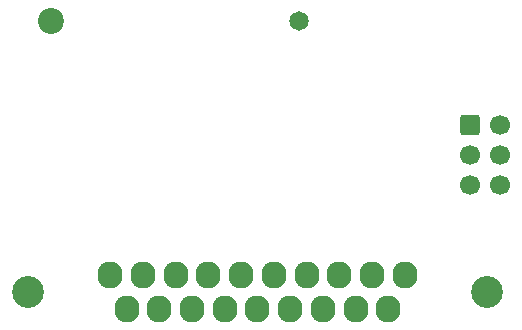
<source format=gbr>
%TF.GenerationSoftware,KiCad,Pcbnew,7.0.9*%
%TF.CreationDate,2023-12-04T13:48:36-06:00*%
%TF.ProjectId,smartportsd-smd,736d6172-7470-46f7-9274-73642d736d64,rev?*%
%TF.SameCoordinates,Original*%
%TF.FileFunction,Soldermask,Bot*%
%TF.FilePolarity,Negative*%
%FSLAX46Y46*%
G04 Gerber Fmt 4.6, Leading zero omitted, Abs format (unit mm)*
G04 Created by KiCad (PCBNEW 7.0.9) date 2023-12-04 13:48:36*
%MOMM*%
%LPD*%
G01*
G04 APERTURE LIST*
G04 Aperture macros list*
%AMRoundRect*
0 Rectangle with rounded corners*
0 $1 Rounding radius*
0 $2 $3 $4 $5 $6 $7 $8 $9 X,Y pos of 4 corners*
0 Add a 4 corners polygon primitive as box body*
4,1,4,$2,$3,$4,$5,$6,$7,$8,$9,$2,$3,0*
0 Add four circle primitives for the rounded corners*
1,1,$1+$1,$2,$3*
1,1,$1+$1,$4,$5*
1,1,$1+$1,$6,$7*
1,1,$1+$1,$8,$9*
0 Add four rect primitives between the rounded corners*
20,1,$1+$1,$2,$3,$4,$5,0*
20,1,$1+$1,$4,$5,$6,$7,0*
20,1,$1+$1,$6,$7,$8,$9,0*
20,1,$1+$1,$8,$9,$2,$3,0*%
G04 Aperture macros list end*
%ADD10C,1.650000*%
%ADD11C,2.200000*%
%ADD12RoundRect,0.250000X-0.600000X-0.600000X0.600000X-0.600000X0.600000X0.600000X-0.600000X0.600000X0*%
%ADD13C,1.700000*%
%ADD14C,2.700000*%
%ADD15O,2.100000X2.300000*%
G04 APERTURE END LIST*
D10*
%TO.C,J3*%
X160506000Y-105346000D03*
D11*
X139506000Y-105346000D03*
%TD*%
D12*
%TO.C,J2*%
X175006000Y-114173000D03*
D13*
X177546000Y-114173000D03*
X175006000Y-116713000D03*
X177546000Y-116713000D03*
X175006000Y-119253000D03*
X177546000Y-119253000D03*
%TD*%
D14*
%TO.C,J1*%
X176407200Y-128270000D03*
X137617200Y-128270000D03*
D15*
X169477200Y-126850000D03*
X166707200Y-126850000D03*
X163937200Y-126850000D03*
X161167200Y-126850000D03*
X158397200Y-126850000D03*
X155627200Y-126850000D03*
X152857200Y-126850000D03*
X150087200Y-126850000D03*
X147317200Y-126850000D03*
X144547200Y-126850000D03*
X168092200Y-129690000D03*
X165322200Y-129690000D03*
X162552200Y-129690000D03*
X159782200Y-129690000D03*
X157012200Y-129690000D03*
X154242200Y-129690000D03*
X151472200Y-129690000D03*
X148702200Y-129690000D03*
X145932200Y-129690000D03*
%TD*%
M02*

</source>
